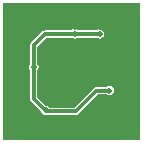
<source format=gbl>
G04*
G04 #@! TF.GenerationSoftware,Altium Limited,Altium Designer,19.0.15 (446)*
G04*
G04 Layer_Physical_Order=6*
G04 Layer_Color=16711680*
%FSLAX24Y24*%
%MOIN*%
G70*
G01*
G75*
%ADD33C,0.0197*%
%ADD36C,0.0118*%
G36*
X2183Y-2537D02*
X-2360D01*
Y2006D01*
X2183D01*
Y-2537D01*
D02*
G37*
%LPC*%
G36*
X846Y1145D02*
X785Y1133D01*
X743Y1105D01*
X113D01*
X71Y1133D01*
X10Y1145D01*
X-52Y1133D01*
X-93Y1105D01*
X-974D01*
X-974Y1105D01*
X-1020Y1096D01*
X-1060Y1069D01*
X-1060Y1069D01*
X-1433Y696D01*
X-1459Y657D01*
X-1468Y611D01*
X-1468Y611D01*
Y-24D01*
X-1496Y-65D01*
X-1509Y-127D01*
X-1496Y-188D01*
X-1468Y-230D01*
Y-1182D01*
X-1468Y-1182D01*
X-1459Y-1228D01*
X-1433Y-1267D01*
X-1110Y-1589D01*
X-1103Y-1626D01*
X-1068Y-1679D01*
X-1016Y-1713D01*
X-955Y-1726D01*
X-901Y-1715D01*
X49D01*
X49Y-1715D01*
X95Y-1706D01*
X134Y-1680D01*
X788Y-1026D01*
X1068D01*
X1110Y-1054D01*
X1171Y-1066D01*
X1232Y-1054D01*
X1285Y-1019D01*
X1319Y-967D01*
X1332Y-905D01*
X1319Y-844D01*
X1285Y-792D01*
X1232Y-757D01*
X1171Y-745D01*
X1110Y-757D01*
X1068Y-785D01*
X738D01*
X738Y-785D01*
X692Y-794D01*
X653Y-820D01*
X653Y-820D01*
X-1Y-1474D01*
X-826D01*
X-841Y-1451D01*
X-893Y-1417D01*
X-955Y-1404D01*
X-955Y-1404D01*
X-1228Y-1132D01*
Y-230D01*
X-1200Y-188D01*
X-1187Y-127D01*
X-1200Y-65D01*
X-1228Y-24D01*
Y561D01*
X-925Y864D01*
X-93D01*
X-52Y836D01*
X10Y824D01*
X71Y836D01*
X113Y864D01*
X743D01*
X785Y836D01*
X846Y824D01*
X908Y836D01*
X960Y871D01*
X995Y923D01*
X1007Y984D01*
X995Y1046D01*
X960Y1098D01*
X908Y1133D01*
X846Y1145D01*
D02*
G37*
%LPD*%
D33*
X-1969Y517D02*
D03*
Y54D02*
D03*
X2067Y-2421D02*
D03*
X2067Y-1093D02*
D03*
X1004Y-2421D02*
D03*
X974Y-1870D02*
D03*
X1752Y-1419D02*
D03*
X1427Y453D02*
D03*
X394Y-1624D02*
D03*
X-974Y-2057D02*
D03*
X-364Y-2421D02*
D03*
X-955Y-1565D02*
D03*
X157Y20D02*
D03*
X-167Y-1388D02*
D03*
X-20Y-157D02*
D03*
X157Y-2096D02*
D03*
X-974Y-2421D02*
D03*
X1535Y-709D02*
D03*
X1171Y-905D02*
D03*
X2067Y797D02*
D03*
X1575Y1299D02*
D03*
X2067Y1890D02*
D03*
X1220Y1890D02*
D03*
X394Y-2411D02*
D03*
X-817Y600D02*
D03*
X1722Y-389D02*
D03*
X2067Y249D02*
D03*
X2047Y-389D02*
D03*
X1722Y249D02*
D03*
X1148Y190D02*
D03*
X924Y-303D02*
D03*
X1440Y-380D02*
D03*
X-1348Y-127D02*
D03*
X846Y984D02*
D03*
X10D02*
D03*
X10Y1228D02*
D03*
X846D02*
D03*
X-2244Y-98D02*
D03*
Y778D02*
D03*
X-1949Y-1181D02*
D03*
X-650Y1890D02*
D03*
X2067Y1299D02*
D03*
X-1783Y1890D02*
D03*
X-1585Y1083D02*
D03*
X-2244Y1368D02*
D03*
Y1890D02*
D03*
X-2234Y-2421D02*
D03*
D36*
X-1348Y-1182D02*
X-935Y-1594D01*
X738Y-905D02*
X1171D01*
X49Y-1594D02*
X738Y-905D01*
X-935Y-1594D02*
X49D01*
X-1348Y-1182D02*
Y-127D01*
Y611D02*
X-974Y984D01*
X-1348Y-127D02*
Y611D01*
X10Y984D02*
X817D01*
X-974D02*
X10D01*
M02*

</source>
